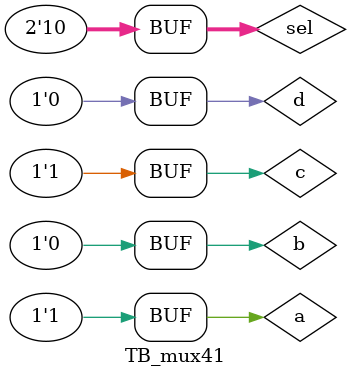
<source format=v>
`timescale 1ns / 1ps

module TB_mux41();

reg a,b,c,d;
reg [1:0]sel; // sel declared seperatley from 1 bit registers because it is 2 bits
wire o;

mux UUT_1(
    .a(a),
    .b(b),
    .c(c),
    .d(d),
    .sel(sel),
    .o(o)
    );
initial begin
a = 1'b1;
b = 1'b0;
c = 1'b1;
d = 1'b0;

sel = 2'b00;   

#60

sel = 2'b11;

#60

sel = 2'b10;

end
    
endmodule

</source>
